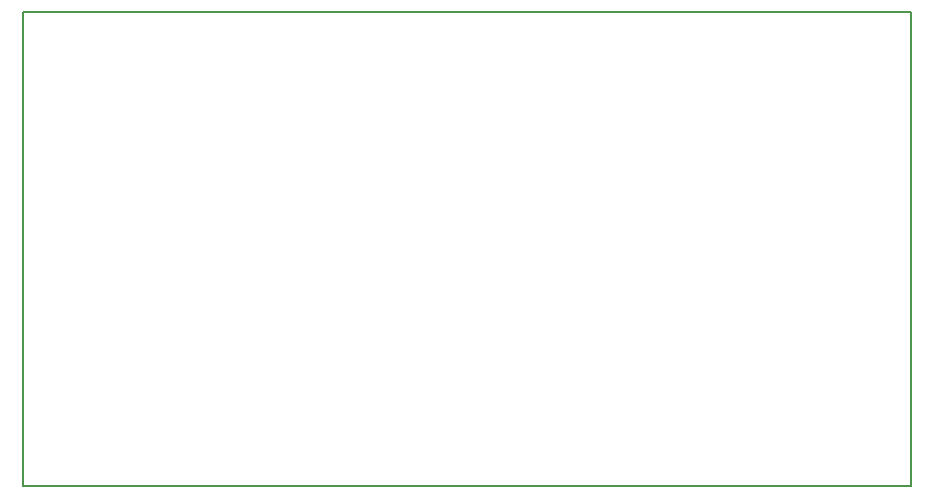
<source format=gbp>
%TF.GenerationSoftware,KiCad,Pcbnew,5.0.2+dfsg1-1*%
%TF.CreationDate,2022-03-26T23:48:49+09:00*%
%TF.ProjectId,pwm-esc,70776d2d-6573-4632-9e6b-696361645f70,rev?*%
%TF.SameCoordinates,Original*%
%TF.FileFunction,Paste,Bot*%
%TF.FilePolarity,Positive*%
%FSLAX46Y46*%
G04 Gerber Fmt 4.6, Leading zero omitted, Abs format (unit mm)*
G04 Created by KiCad (PCBNEW 5.0.2+dfsg1-1) date Sat 26 Mar 2022 11:48:49 PM JST*
%MOMM*%
%LPD*%
G01*
G04 APERTURE LIST*
%ADD10C,0.150000*%
G04 APERTURE END LIST*
D10*
X109728000Y-121920000D02*
X109728000Y-81788000D01*
X184912000Y-121920000D02*
X109728000Y-121920000D01*
X184912000Y-81788000D02*
X184912000Y-121920000D01*
X109728000Y-81788000D02*
X184912000Y-81788000D01*
M02*

</source>
